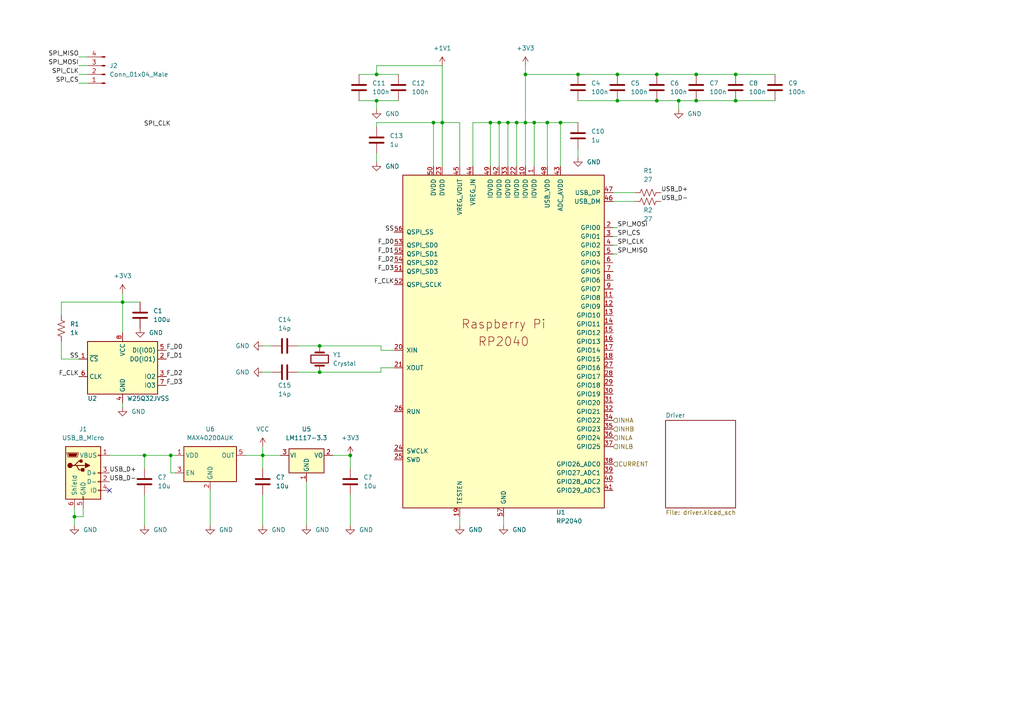
<source format=kicad_sch>
(kicad_sch (version 20211123) (generator eeschema)
  (paper "A4")
  (lib_symbols
    (symbol "Analog_Switch:MAX40200AUK"
      (property "Reference" "U" (at -6.35 6.35 0))
      (property "Value" "MAX40200AUK" (at 7.62 6.35 0))
      (symbol "MAX40200AUK_1_1"
        (rectangle (start -7.62 -5.08) (end 7.62 5.08) (stroke (width 0.254)) (fill (type background)))
        (pin power_in line (at -10.16 2.54 0) (length 2.54) (name "VDD") (number "1"))
        (pin power_in line (at 0 -7.62 90) (length 2.54) (name "GND") (number "2"))
        (pin input line (at -10.16 -2.54 0) (length 2.54) (name "EN") (number "3"))
        (pin no_connect line (at 7.62 -2.54 180) (length 2.54) hide (name "NC") (number "4"))
        (pin passive line (at 10.16 2.54 180) (length 2.54) (name "OUT") (number "5"))
      )
    )
    (symbol "Connector:Conn_01x04_Male" (pin_names (offset 1.016) hide)
      (property "Reference" "J" (at 0 5.08 0))
      (property "Value" "Conn_01x04_Male" (at 0 -7.62 0))
      (symbol "Conn_01x04_Male_1_1"
        (polyline (pts (xy 1.27 -5.08) (xy 0.8636 -5.08)) (stroke (width 0.1524)))
        (polyline (pts (xy 1.27 -2.54) (xy 0.8636 -2.54)) (stroke (width 0.1524)))
        (polyline (pts (xy 1.27 0) (xy 0.8636 0)) (stroke (width 0.1524)))
        (polyline (pts (xy 1.27 2.54) (xy 0.8636 2.54)) (stroke (width 0.1524)))
        (rectangle (start 0.8636 -4.953) (end 0 -5.207) (stroke (width 0.1524)) (fill (type outline)))
        (rectangle (start 0.8636 -2.413) (end 0 -2.667) (stroke (width 0.1524)) (fill (type outline)))
        (rectangle (start 0.8636 0.127) (end 0 -0.127) (stroke (width 0.1524)) (fill (type outline)))
        (rectangle (start 0.8636 2.667) (end 0 2.413) (stroke (width 0.1524)) (fill (type outline)))
        (pin passive line (at 5.08 2.54 180) (length 3.81) (name "Pin_1") (number "1"))
        (pin passive line (at 5.08 0 180) (length 3.81) (name "Pin_2") (number "2"))
        (pin passive line (at 5.08 -2.54 180) (length 3.81) (name "Pin_3") (number "3"))
        (pin passive line (at 5.08 -5.08 180) (length 3.81) (name "Pin_4") (number "4"))
      )
    )
    (symbol "Connector:USB_B_Micro" (pin_names (offset 1.016))
      (property "Reference" "J" (at -5.08 11.43 0))
      (property "Value" "USB_B_Micro" (at -5.08 8.89 0))
      (symbol "USB_B_Micro_0_1"
        (rectangle (start -5.08 -7.62) (end 5.08 7.62) (stroke (width 0.254)) (fill (type background)))
        (circle (center -3.81 2.159) (radius 0.635) (stroke (width 0.254)) (fill (type outline)))
        (circle (center -0.635 3.429) (radius 0.381) (stroke (width 0.254)) (fill (type outline)))
        (rectangle (start -0.127 -7.62) (end 0.127 -6.858))
        (polyline (pts (xy -1.905 2.159) (xy 0.635 2.159)) (stroke (width 0.254)))
        (polyline (pts (xy -3.175 2.159) (xy -2.54 2.159) (xy -1.27 3.429) (xy -0.635 3.429)) (stroke (width 0.254)))
        (polyline (pts (xy -2.54 2.159) (xy -1.905 2.159) (xy -1.27 0.889) (xy 0 0.889)) (stroke (width 0.254)))
        (polyline (pts (xy 0.635 2.794) (xy 0.635 1.524) (xy 1.905 2.159) (xy 0.635 2.794)) (stroke (width 0.254)) (fill (type outline)))
        (polyline (pts (xy -4.318 5.588) (xy -1.778 5.588) (xy -2.032 4.826) (xy -4.064 4.826) (xy -4.318 5.588)) (fill (type outline)))
        (polyline (pts (xy -4.699 5.842) (xy -4.699 5.588) (xy -4.445 4.826) (xy -4.445 4.572) (xy -1.651 4.572) (xy -1.651 4.826) (xy -1.397 5.588) (xy -1.397 5.842) (xy -4.699 5.842)))
        (rectangle (start 0.254 1.27) (end -0.508 0.508) (stroke (width 0.254)) (fill (type outline)))
        (rectangle (start 5.08 -5.207) (end 4.318 -4.953))
        (rectangle (start 5.08 -2.667) (end 4.318 -2.413))
        (rectangle (start 5.08 -0.127) (end 4.318 0.127))
        (rectangle (start 5.08 4.953) (end 4.318 5.207))
      )
      (symbol "USB_B_Micro_1_1"
        (pin power_out line (at 7.62 5.08 180) (length 2.54) (name "VBUS") (number "1"))
        (pin bidirectional line (at 7.62 -2.54 180) (length 2.54) (name "D-") (number "2"))
        (pin bidirectional line (at 7.62 0 180) (length 2.54) (name "D+") (number "3"))
        (pin passive line (at 7.62 -5.08 180) (length 2.54) (name "ID") (number "4"))
        (pin power_out line (at 0 -10.16 90) (length 2.54) (name "GND") (number "5"))
        (pin passive line (at -2.54 -10.16 90) (length 2.54) (name "Shield") (number "6"))
      )
    )
    (symbol "Device:C" (pin_numbers hide) (pin_names (offset 0.254))
      (property "Reference" "C" (at 0.635 2.54 0))
      (property "Value" "C" (at 0.635 -2.54 0))
      (symbol "C_0_1"
        (polyline (pts (xy -2.032 -0.762) (xy 2.032 -0.762)) (stroke (width 0.508)))
        (polyline (pts (xy -2.032 0.762) (xy 2.032 0.762)) (stroke (width 0.508)))
      )
      (symbol "C_1_1"
        (pin passive line (at 0 3.81 270) (length 2.794) (name "~") (number "1"))
        (pin passive line (at 0 -3.81 90) (length 2.794) (name "~") (number "2"))
      )
    )
    (symbol "Device:Crystal" (pin_numbers hide) (pin_names (offset 1.016) hide)
      (property "Reference" "Y" (at 0 3.81 0))
      (property "Value" "Crystal" (at 0 -3.81 0))
      (symbol "Crystal_0_1"
        (rectangle (start -1.143 2.54) (end 1.143 -2.54) (stroke (width 0.3048)))
        (polyline (pts (xy -2.54 0) (xy -1.905 0)))
        (polyline (pts (xy -1.905 -1.27) (xy -1.905 1.27)) (stroke (width 0.508)))
        (polyline (pts (xy 1.905 -1.27) (xy 1.905 1.27)) (stroke (width 0.508)))
        (polyline (pts (xy 2.54 0) (xy 1.905 0)))
      )
      (symbol "Crystal_1_1"
        (pin passive line (at -3.81 0 0) (length 1.27) (name "1") (number "1"))
        (pin passive line (at 3.81 0 180) (length 1.27) (name "2") (number "2"))
      )
    )
    (symbol "Device:R_US" (pin_numbers hide) (pin_names (offset 0))
      (property "Reference" "R" (at 2.54 0 90))
      (property "Value" "R_US" (at -2.54 0 90))
      (symbol "R_US_0_1"
        (polyline (pts (xy 0 -2.286) (xy 0 -2.54)))
        (polyline (pts (xy 0 2.286) (xy 0 2.54)))
        (polyline (pts (xy 0 -0.762) (xy 1.016 -1.143) (xy 0 -1.524) (xy -1.016 -1.905) (xy 0 -2.286)))
        (polyline (pts (xy 0 0.762) (xy 1.016 0.381) (xy 0 0) (xy -1.016 -0.381) (xy 0 -0.762)))
        (polyline (pts (xy 0 2.286) (xy 1.016 1.905) (xy 0 1.524) (xy -1.016 1.143) (xy 0 0.762)))
      )
      (symbol "R_US_1_1"
        (pin passive line (at 0 3.81 270) (length 1.27) (name "~") (number "1"))
        (pin passive line (at 0 -3.81 90) (length 1.27) (name "~") (number "2"))
      )
    )
    (symbol "MCU:RP2040" (pin_names (offset 1.016))
      (property "Reference" "U" (at -29.21 49.53 0))
      (property "Value" "RP2040" (at 24.13 -49.53 0))
      (symbol "RP2040_0_0"
        (text "Raspberry Pi" (at 0 5.08 0) (effects (font (size 2.54 2.54))))
        (text "RP2040" (at 0 0 0) (effects (font (size 2.54 2.54))))
      )
      (symbol "RP2040_0_1"
        (rectangle (start 29.21 48.26) (end -29.21 -48.26) (stroke (width 0.254)) (fill (type background)))
      )
      (symbol "RP2040_1_1"
        (pin power_in line (at 8.89 50.8 270) (length 2.54) (name "IOVDD") (number "1"))
        (pin power_in line (at 6.35 50.8 270) (length 2.54) (name "IOVDD") (number "10"))
        (pin bidirectional line (at 31.75 12.7 180) (length 2.54) (name "GPIO8") (number "11"))
        (pin bidirectional line (at 31.75 10.16 180) (length 2.54) (name "GPIO9") (number "12"))
        (pin bidirectional line (at 31.75 7.62 180) (length 2.54) (name "GPIO10") (number "13"))
        (pin bidirectional line (at 31.75 5.08 180) (length 2.54) (name "GPIO11") (number "14"))
        (pin bidirectional line (at 31.75 2.54 180) (length 2.54) (name "GPIO12") (number "15"))
        (pin bidirectional line (at 31.75 0 180) (length 2.54) (name "GPIO13") (number "16"))
        (pin bidirectional line (at 31.75 -2.54 180) (length 2.54) (name "GPIO14") (number "17"))
        (pin bidirectional line (at 31.75 -5.08 180) (length 2.54) (name "GPIO15") (number "18"))
        (pin passive line (at -12.7 -50.8 90) (length 2.54) (name "TESTEN") (number "19"))
        (pin bidirectional line (at 31.75 33.02 180) (length 2.54) (name "GPIO0") (number "2"))
        (pin input line (at -31.75 -2.54 0) (length 2.54) (name "XIN") (number "20"))
        (pin passive line (at -31.75 -7.62 0) (length 2.54) (name "XOUT") (number "21"))
        (pin power_in line (at 3.81 50.8 270) (length 2.54) (name "IOVDD") (number "22"))
        (pin power_in line (at -17.78 50.8 270) (length 2.54) (name "DVDD") (number "23"))
        (pin output line (at -31.75 -31.75 0) (length 2.54) (name "SWCLK") (number "24"))
        (pin bidirectional line (at -31.75 -34.29 0) (length 2.54) (name "SWD") (number "25"))
        (pin input line (at -31.75 -20.32 0) (length 2.54) (name "RUN") (number "26"))
        (pin bidirectional line (at 31.75 -7.62 180) (length 2.54) (name "GPIO16") (number "27"))
        (pin bidirectional line (at 31.75 -10.16 180) (length 2.54) (name "GPIO17") (number "28"))
        (pin bidirectional line (at 31.75 -12.7 180) (length 2.54) (name "GPIO18") (number "29"))
        (pin bidirectional line (at 31.75 30.48 180) (length 2.54) (name "GPIO1") (number "3"))
        (pin bidirectional line (at 31.75 -15.24 180) (length 2.54) (name "GPIO19") (number "30"))
        (pin bidirectional line (at 31.75 -17.78 180) (length 2.54) (name "GPIO20") (number "31"))
        (pin bidirectional line (at 31.75 -20.32 180) (length 2.54) (name "GPIO21") (number "32"))
        (pin power_in line (at 1.27 50.8 270) (length 2.54) (name "IOVDD") (number "33"))
        (pin bidirectional line (at 31.75 -22.86 180) (length 2.54) (name "GPIO22") (number "34"))
        (pin bidirectional line (at 31.75 -25.4 180) (length 2.54) (name "GPIO23") (number "35"))
        (pin bidirectional line (at 31.75 -27.94 180) (length 2.54) (name "GPIO24") (number "36"))
        (pin bidirectional line (at 31.75 -30.48 180) (length 2.54) (name "GPIO25") (number "37"))
        (pin bidirectional line (at 31.75 -35.56 180) (length 2.54) (name "GPIO26_ADC0") (number "38"))
        (pin bidirectional line (at 31.75 -38.1 180) (length 2.54) (name "GPIO27_ADC1") (number "39"))
        (pin bidirectional line (at 31.75 27.94 180) (length 2.54) (name "GPIO2") (number "4"))
        (pin bidirectional line (at 31.75 -40.64 180) (length 2.54) (name "GPIO28_ADC2") (number "40"))
        (pin bidirectional line (at 31.75 -43.18 180) (length 2.54) (name "GPIO29_ADC3") (number "41"))
        (pin power_in line (at -1.27 50.8 270) (length 2.54) (name "IOVDD") (number "42"))
        (pin power_in line (at 16.51 50.8 270) (length 2.54) (name "ADC_AVDD") (number "43"))
        (pin power_in line (at -8.89 50.8 270) (length 2.54) (name "VREG_IN") (number "44"))
        (pin power_out line (at -12.7 50.8 270) (length 2.54) (name "VREG_VOUT") (number "45"))
        (pin bidirectional line (at 31.75 40.64 180) (length 2.54) (name "USB_DM") (number "46"))
        (pin bidirectional line (at 31.75 43.18 180) (length 2.54) (name "USB_DP") (number "47"))
        (pin power_in line (at 12.7 50.8 270) (length 2.54) (name "USB_VDD") (number "48"))
        (pin power_in line (at -3.81 50.8 270) (length 2.54) (name "IOVDD") (number "49"))
        (pin bidirectional line (at 31.75 25.4 180) (length 2.54) (name "GPIO3") (number "5"))
        (pin power_in line (at -20.32 50.8 270) (length 2.54) (name "DVDD") (number "50"))
        (pin bidirectional line (at -31.75 20.32 0) (length 2.54) (name "QSPI_SD3") (number "51"))
        (pin output line (at -31.75 16.51 0) (length 2.54) (name "QSPI_SCLK") (number "52"))
        (pin bidirectional line (at -31.75 27.94 0) (length 2.54) (name "QSPI_SD0") (number "53"))
        (pin bidirectional line (at -31.75 22.86 0) (length 2.54) (name "QSPI_SD2") (number "54"))
        (pin bidirectional line (at -31.75 25.4 0) (length 2.54) (name "QSPI_SD1") (number "55"))
        (pin bidirectional line (at -31.75 31.75 0) (length 2.54) (name "QSPI_SS") (number "56"))
        (pin power_in line (at 0 -50.8 90) (length 2.54) (name "GND") (number "57"))
        (pin bidirectional line (at 31.75 22.86 180) (length 2.54) (name "GPIO4") (number "6"))
        (pin bidirectional line (at 31.75 20.32 180) (length 2.54) (name "GPIO5") (number "7"))
        (pin bidirectional line (at 31.75 17.78 180) (length 2.54) (name "GPIO6") (number "8"))
        (pin bidirectional line (at 31.75 15.24 180) (length 2.54) (name "GPIO7") (number "9"))
      )
    )
    (symbol "Memory_Flash:W25Q32JVSS"
      (property "Reference" "U" (at -8.89 8.89 0))
      (property "Value" "W25Q32JVSS" (at 7.62 8.89 0))
      (symbol "W25Q32JVSS_0_1"
        (rectangle (start -10.16 7.62) (end 10.16 -7.62) (stroke (width 0.254)) (fill (type background)))
      )
      (symbol "W25Q32JVSS_1_1"
        (pin input line (at -12.7 2.54 0) (length 2.54) (name "~{CS}") (number "1"))
        (pin bidirectional line (at 12.7 2.54 180) (length 2.54) (name "DO(IO1)") (number "2"))
        (pin bidirectional line (at 12.7 -2.54 180) (length 2.54) (name "IO2") (number "3"))
        (pin power_in line (at 0 -10.16 90) (length 2.54) (name "GND") (number "4"))
        (pin bidirectional line (at 12.7 5.08 180) (length 2.54) (name "DI(IO0)") (number "5"))
        (pin input line (at -12.7 -2.54 0) (length 2.54) (name "CLK") (number "6"))
        (pin bidirectional line (at 12.7 -5.08 180) (length 2.54) (name "IO3") (number "7"))
        (pin power_in line (at 0 10.16 270) (length 2.54) (name "VCC") (number "8"))
      )
    )
    (symbol "Regulator_Linear:LM1117-3.3" (pin_names (offset 0.254))
      (property "Reference" "U" (at -3.81 3.175 0))
      (property "Value" "LM1117-3.3" (at 0 3.175 0))
      (symbol "LM1117-3.3_0_1"
        (rectangle (start -5.08 -5.08) (end 5.08 1.905) (stroke (width 0.254)) (fill (type background)))
      )
      (symbol "LM1117-3.3_1_1"
        (pin power_in line (at 0 -7.62 90) (length 2.54) (name "GND") (number "1"))
        (pin power_out line (at 7.62 0 180) (length 2.54) (name "VO") (number "2"))
        (pin power_in line (at -7.62 0 0) (length 2.54) (name "VI") (number "3"))
      )
    )
    (symbol "power:+1V1" (power) (pin_names (offset 0))
      (property "Value" "+1V1" (at 0 3.556 0))
      (symbol "+1V1_0_1"
        (polyline (pts (xy -0.762 1.27) (xy 0 2.54)))
        (polyline (pts (xy 0 0) (xy 0 2.54)))
        (polyline (pts (xy 0 2.54) (xy 0.762 1.27)))
      )
      (symbol "+1V1_1_1"
        (pin power_in line (at 0 0 90) (length 0) hide (name "+1V1") (number "1"))
      )
    )
    (symbol "power:+3V3" (power) (pin_names (offset 0))
      (property "Value" "+3V3" (at 0 3.556 0))
      (symbol "+3V3_0_1"
        (polyline (pts (xy -0.762 1.27) (xy 0 2.54)))
        (polyline (pts (xy 0 0) (xy 0 2.54)))
        (polyline (pts (xy 0 2.54) (xy 0.762 1.27)))
      )
      (symbol "+3V3_1_1"
        (pin power_in line (at 0 0 90) (length 0) hide (name "+3V3") (number "1"))
      )
    )
    (symbol "power:GND" (power) (pin_names (offset 0))
      (property "Value" "GND" (at 0 -3.81 0))
      (symbol "GND_0_1"
        (polyline (pts (xy 0 0) (xy 0 -1.27) (xy 1.27 -1.27) (xy 0 -2.54) (xy -1.27 -1.27) (xy 0 -1.27)))
      )
      (symbol "GND_1_1"
        (pin power_in line (at 0 0 270) (length 0) hide (name "GND") (number "1"))
      )
    )
    (symbol "power:VCC" (power) (pin_names (offset 0))
      (property "Value" "VCC" (at 0 3.81 0))
      (symbol "VCC_0_1"
        (polyline (pts (xy -0.762 1.27) (xy 0 2.54)))
        (polyline (pts (xy 0 0) (xy 0 2.54)))
        (polyline (pts (xy 0 2.54) (xy 0.762 1.27)))
      )
      (symbol "VCC_1_1"
        (pin power_in line (at 0 0 90) (length 0) hide (name "VCC") (number "1"))
      )
    )
  )
  (junction (at 35.56 87.63))
  (junction (at 179.07 21.59))
  (junction (at 213.36 21.59))
  (junction (at 196.85 29.21))
  (junction (at 190.5 29.21))
  (junction (at 158.75 35.56))
  (junction (at 109.22 21.59))
  (junction (at 144.78 35.56))
  (junction (at 152.4 21.59))
  (junction (at 21.59 149.86))
  (junction (at 125.73 35.56))
  (junction (at 167.64 21.59))
  (junction (at 147.32 35.56))
  (junction (at 149.86 35.56))
  (junction (at 76.2 132.08))
  (junction (at 128.27 35.56))
  (junction (at 162.56 35.56))
  (junction (at 49.53 132.08))
  (junction (at 190.5 21.59))
  (junction (at 201.93 29.21))
  (junction (at 142.24 35.56))
  (junction (at 154.94 35.56))
  (junction (at 41.91 132.08))
  (junction (at 213.36 29.21))
  (junction (at 92.71 100.33))
  (junction (at 152.4 35.56))
  (junction (at 92.71 107.95))
  (junction (at 109.22 29.21))
  (junction (at 179.07 29.21))
  (junction (at 101.6 132.08))
  (junction (at 201.93 21.59))
  (no_connect (at 31.75 142.24))
  (wire (pts (xy 101.6 132.08) (xy 101.6 135.89)))
  (wire (pts (xy 152.4 21.59) (xy 167.64 21.59)))
  (wire (pts (xy 60.96 142.24) (xy 60.96 152.4)))
  (wire (pts (xy 49.53 132.08) (xy 50.8 132.08)))
  (wire (pts (xy 109.22 36.83) (xy 109.22 35.56)))
  (wire (pts (xy 152.4 19.05) (xy 152.4 21.59)))
  (wire (pts (xy 128.27 19.05) (xy 128.27 35.56)))
  (wire (pts (xy 142.24 35.56) (xy 144.78 35.56)))
  (wire (pts (xy 158.75 35.56) (xy 154.94 35.56)))
  (wire (pts (xy 76.2 100.33) (xy 78.74 100.33)))
  (wire (pts (xy 109.22 21.59) (xy 115.57 21.59)))
  (wire (pts (xy 137.16 35.56) (xy 142.24 35.56)))
  (wire (pts (xy 92.71 107.95) (xy 110.49 107.95)))
  (wire (pts (xy 190.5 21.59) (xy 201.93 21.59)))
  (wire (pts (xy 167.64 21.59) (xy 179.07 21.59)))
  (wire (pts (xy 24.13 149.86) (xy 21.59 149.86)))
  (wire (pts (xy 154.94 35.56) (xy 152.4 35.56)))
  (wire (pts (xy 147.32 35.56) (xy 149.86 35.56)))
  (wire (pts (xy 128.27 35.56) (xy 128.27 48.26)))
  (wire (pts (xy 142.24 48.26) (xy 142.24 35.56)))
  (wire (pts (xy 196.85 29.21) (xy 196.85 31.75)))
  (wire (pts (xy 109.22 31.75) (xy 109.22 29.21)))
  (wire (pts (xy 201.93 21.59) (xy 213.36 21.59)))
  (wire (pts (xy 158.75 35.56) (xy 158.75 48.26)))
  (wire (pts (xy 162.56 35.56) (xy 158.75 35.56)))
  (wire (pts (xy 177.8 55.88) (xy 184.15 55.88)))
  (wire (pts (xy 149.86 35.56) (xy 149.86 48.26)))
  (wire (pts (xy 133.35 35.56) (xy 128.27 35.56)))
  (wire (pts (xy 24.13 147.32) (xy 24.13 149.86)))
  (wire (pts (xy 17.78 104.14) (xy 22.86 104.14)))
  (wire (pts (xy 86.36 100.33) (xy 92.71 100.33)))
  (wire (pts (xy 35.56 87.63) (xy 40.64 87.63)))
  (wire (pts (xy 101.6 132.08) (xy 96.52 132.08)))
  (wire (pts (xy 35.56 116.84) (xy 35.56 118.11)))
  (wire (pts (xy 144.78 35.56) (xy 144.78 48.26)))
  (wire (pts (xy 109.22 29.21) (xy 115.57 29.21)))
  (wire (pts (xy 154.94 35.56) (xy 154.94 48.26)))
  (wire (pts (xy 213.36 21.59) (xy 224.79 21.59)))
  (wire (pts (xy 152.4 35.56) (xy 152.4 21.59)))
  (wire (pts (xy 17.78 91.44) (xy 17.78 87.63)))
  (wire (pts (xy 162.56 35.56) (xy 162.56 48.26)))
  (wire (pts (xy 76.2 132.08) (xy 81.28 132.08)))
  (wire (pts (xy 101.6 143.51) (xy 101.6 152.4)))
  (wire (pts (xy 31.75 132.08) (xy 41.91 132.08)))
  (wire (pts (xy 133.35 149.86) (xy 133.35 152.4)))
  (wire (pts (xy 41.91 143.51) (xy 41.91 152.4)))
  (wire (pts (xy 177.8 68.58) (xy 179.07 68.58)))
  (wire (pts (xy 146.05 149.86) (xy 146.05 152.4)))
  (wire (pts (xy 177.8 71.12) (xy 179.07 71.12)))
  (wire (pts (xy 167.64 35.56) (xy 162.56 35.56)))
  (wire (pts (xy 152.4 35.56) (xy 152.4 48.26)))
  (wire (pts (xy 213.36 29.21) (xy 224.79 29.21)))
  (wire (pts (xy 109.22 35.56) (xy 125.73 35.56)))
  (wire (pts (xy 128.27 35.56) (xy 125.73 35.56)))
  (wire (pts (xy 22.86 16.51) (xy 25.4 16.51)))
  (wire (pts (xy 196.85 29.21) (xy 201.93 29.21)))
  (wire (pts (xy 76.2 143.51) (xy 76.2 152.4)))
  (wire (pts (xy 104.14 21.59) (xy 109.22 21.59)))
  (wire (pts (xy 92.71 100.33) (xy 110.49 100.33)))
  (wire (pts (xy 50.8 137.16) (xy 49.53 137.16)))
  (wire (pts (xy 71.12 132.08) (xy 76.2 132.08)))
  (wire (pts (xy 21.59 149.86) (xy 21.59 152.4)))
  (wire (pts (xy 114.3 101.6) (xy 110.49 101.6)))
  (wire (pts (xy 49.53 132.08) (xy 49.53 137.16)))
  (wire (pts (xy 76.2 129.54) (xy 76.2 132.08)))
  (wire (pts (xy 109.22 19.05) (xy 128.27 19.05)))
  (wire (pts (xy 41.91 132.08) (xy 49.53 132.08)))
  (wire (pts (xy 109.22 29.21) (xy 104.14 29.21)))
  (wire (pts (xy 21.59 147.32) (xy 21.59 149.86)))
  (wire (pts (xy 22.86 24.13) (xy 25.4 24.13)))
  (wire (pts (xy 88.9 139.7) (xy 88.9 152.4)))
  (wire (pts (xy 114.3 106.68) (xy 110.49 106.68)))
  (wire (pts (xy 35.56 87.63) (xy 35.56 96.52)))
  (wire (pts (xy 76.2 132.08) (xy 76.2 135.89)))
  (wire (pts (xy 137.16 48.26) (xy 137.16 35.56)))
  (wire (pts (xy 177.8 66.04) (xy 179.07 66.04)))
  (wire (pts (xy 35.56 85.09) (xy 35.56 87.63)))
  (wire (pts (xy 109.22 21.59) (xy 109.22 19.05)))
  (wire (pts (xy 86.36 107.95) (xy 92.71 107.95)))
  (wire (pts (xy 201.93 29.21) (xy 213.36 29.21)))
  (wire (pts (xy 133.35 48.26) (xy 133.35 35.56)))
  (wire (pts (xy 179.07 29.21) (xy 190.5 29.21)))
  (wire (pts (xy 149.86 35.56) (xy 152.4 35.56)))
  (wire (pts (xy 17.78 87.63) (xy 35.56 87.63)))
  (wire (pts (xy 190.5 29.21) (xy 196.85 29.21)))
  (wire (pts (xy 144.78 35.56) (xy 147.32 35.56)))
  (wire (pts (xy 179.07 21.59) (xy 190.5 21.59)))
  (wire (pts (xy 110.49 101.6) (xy 110.49 100.33)))
  (wire (pts (xy 17.78 99.06) (xy 17.78 104.14)))
  (wire (pts (xy 177.8 58.42) (xy 184.15 58.42)))
  (wire (pts (xy 167.64 29.21) (xy 179.07 29.21)))
  (wire (pts (xy 76.2 107.95) (xy 78.74 107.95)))
  (wire (pts (xy 22.86 21.59) (xy 25.4 21.59)))
  (wire (pts (xy 110.49 106.68) (xy 110.49 107.95)))
  (wire (pts (xy 177.8 73.66) (xy 179.07 73.66)))
  (wire (pts (xy 41.91 132.08) (xy 41.91 135.89)))
  (wire (pts (xy 109.22 44.45) (xy 109.22 46.99)))
  (wire (pts (xy 125.73 35.56) (xy 125.73 48.26)))
  (wire (pts (xy 167.64 43.18) (xy 167.64 45.72)))
  (wire (pts (xy 22.86 19.05) (xy 25.4 19.05)))
  (wire (pts (xy 147.32 35.56) (xy 147.32 48.26)))
  (label "SS" (at 114.3 67.31 180))
  (label "USB_D+" (at 191.77 55.88 0))
  (label "SS" (at 22.86 104.14 180))
  (label "SPI_MOSI" (at 22.86 19.05 180))
  (label "F_D1" (at 114.3 73.66 180))
  (label "F_D3" (at 114.3 78.74 180))
  (label "F_D1" (at 48.26 104.14 0))
  (label "SPI_CS" (at 179.07 68.58 0))
  (label "SPI_CS" (at 22.86 24.13 180))
  (label "SPI_CLK" (at 22.86 21.59 180))
  (label "SPI_MISO" (at 22.86 16.51 180))
  (label "F_D0" (at 48.26 101.6 0))
  (label "F_D3" (at 48.26 111.76 0))
  (label "SPI_CLK" (at 179.07 71.12 0))
  (label "SPI_MISO" (at 179.07 73.66 0))
  (label "USB_D-" (at 31.75 139.7 0))
  (label "SPI_MOSI" (at 179.07 66.04 0))
  (label "F_D2" (at 114.3 76.2 180))
  (label "F_CLK" (at 114.3 82.55 180))
  (label "SPI_CLK" (at 49.53 36.83 180))
  (label "USB_D+" (at 31.75 137.16 0))
  (label "USB_D-" (at 191.77 58.42 0))
  (label "F_CLK" (at 22.86 109.22 180))
  (label "F_D2" (at 48.26 109.22 0))
  (label "F_D0" (at 114.3 71.12 180))
  (hierarchical_label "INLB" (shape input) (at 177.8 129.54 0))
  (hierarchical_label "CURRENT" (shape input) (at 177.8 134.62 0))
  (hierarchical_label "INLA" (shape input) (at 177.8 127 0))
  (hierarchical_label "INHA" (shape input) (at 177.8 121.92 0))
  (hierarchical_label "INHB" (shape input) (at 177.8 124.46 0))
  (symbol (lib_id "power:GND") (at 88.9 152.4 0) (unit 1)
    (property "Reference" "#PWR?" (effects hide))
    (property "Value" "GND" (at 91.44 153.6699 0) (effects (justify left)))
  )
  (symbol (lib_id "Memory_Flash:W25Q32JVSS") (at 35.56 106.68 0) (unit 1)
    (property "Reference" "U2" (at 25.4 115.57 0) (effects (justify left)))
    (property "Value" "W25Q32JVSS" (at 36.83 115.57 0) (effects (justify left)))
    (property "Footprint" "Package_SO:SOIC-8_5.23x5.23mm_P1.27mm" (effects hide))
    (property "Datasheet" "http://www.winbond.com/resource-files/w25q32jv%20revg%2003272018%20plus.pdf" (effects hide))
  )
  (symbol (lib_id "power:GND") (at 109.22 31.75 0) (unit 1)
    (property "Reference" "#PWR?" (effects hide))
    (property "Value" "GND" (at 111.76 33.0199 0) (effects (justify left)))
  )
  (symbol (lib_id "power:VCC") (at 76.2 129.54 0) (unit 1)
    (property "Reference" "#PWR?" (effects hide))
    (property "Value" "VCC" (at 76.2 124.46 0))
  )
  (symbol (lib_id "Device:C") (at 40.64 91.44 0) (unit 1)
    (property "Reference" "C1" (at 44.45 90.1699 0) (effects (justify left)))
    (property "Value" "100u" (at 44.45 92.7099 0) (effects (justify left)))
  )
  (symbol (lib_id "power:GND") (at 167.64 45.72 0) (unit 1)
    (property "Reference" "#PWR?" (effects hide))
    (property "Value" "GND" (at 170.18 46.9899 0) (effects (justify left)))
  )
  (symbol (lib_id "power:GND") (at 41.91 152.4 0) (unit 1)
    (property "Reference" "#PWR?" (effects hide))
    (property "Value" "GND" (at 44.45 153.6699 0) (effects (justify left)))
  )
  (symbol (lib_id "Device:R_US") (at 187.96 55.88 90) (unit 1)
    (property "Reference" "R1" (at 187.96 49.53 90))
    (property "Value" "27" (at 187.96 52.07 90))
  )
  (symbol (lib_id "power:+3V3") (at 101.6 132.08 0) (unit 1)
    (property "Reference" "#PWR?" (effects hide))
    (property "Value" "+3V3" (at 101.6 127 0))
  )
  (symbol (lib_id "Device:C") (at 167.64 25.4 0) (unit 1)
    (property "Reference" "C4" (at 171.45 24.1299 0) (effects (justify left)))
    (property "Value" "100n" (at 171.45 26.6699 0) (effects (justify left)))
  )
  (symbol (lib_id "Device:C") (at 101.6 139.7 0) (unit 1)
    (property "Reference" "C?" (at 105.41 138.4299 0) (effects (justify left)))
    (property "Value" "10u" (at 105.41 140.9699 0) (effects (justify left)))
  )
  (symbol (lib_id "Device:C") (at 104.14 25.4 0) (unit 1)
    (property "Reference" "C11" (at 107.95 24.1299 0) (effects (justify left)))
    (property "Value" "100n" (at 107.95 26.6699 0) (effects (justify left)))
  )
  (symbol (lib_id "Device:Crystal") (at 92.71 104.14 270) (unit 1)
    (property "Reference" "Y1" (at 96.52 102.8699 90) (effects (justify left)))
    (property "Value" "Crystal" (at 96.52 105.4099 90) (effects (justify left)))
  )
  (symbol (lib_id "Device:C") (at 213.36 25.4 0) (unit 1)
    (property "Reference" "C8" (at 217.17 24.1299 0) (effects (justify left)))
    (property "Value" "100n" (at 217.17 26.6699 0) (effects (justify left)))
  )
  (symbol (lib_id "Device:C") (at 224.79 25.4 0) (unit 1)
    (property "Reference" "C9" (at 228.6 24.1299 0) (effects (justify left)))
    (property "Value" "100n" (at 228.6 26.6699 0) (effects (justify left)))
  )
  (symbol (lib_id "power:GND") (at 109.22 46.99 0) (unit 1)
    (property "Reference" "#PWR?" (effects hide))
    (property "Value" "GND" (at 111.76 48.2599 0) (effects (justify left)))
  )
  (symbol (lib_id "Device:C") (at 179.07 25.4 0) (unit 1)
    (property "Reference" "C5" (at 182.88 24.1299 0) (effects (justify left)))
    (property "Value" "100n" (at 182.88 26.6699 0) (effects (justify left)))
  )
  (symbol (lib_id "power:GND") (at 196.85 31.75 0) (unit 1)
    (property "Reference" "#PWR?" (effects hide))
    (property "Value" "GND" (at 199.39 33.0199 0) (effects (justify left)))
  )
  (symbol (lib_id "power:GND") (at 133.35 152.4 0) (unit 1)
    (property "Reference" "#PWR?" (effects hide))
    (property "Value" "GND" (at 135.89 153.6699 0) (effects (justify left)))
  )
  (symbol (lib_id "Device:R_US") (at 17.78 95.25 0) (unit 1)
    (property "Reference" "R1" (at 20.32 93.9799 0) (effects (justify left)))
    (property "Value" "1k" (at 20.32 96.5199 0) (effects (justify left)))
  )
  (symbol (lib_id "power:GND") (at 76.2 107.95 270) (unit 1)
    (property "Reference" "#PWR?" (effects hide))
    (property "Value" "GND" (at 72.39 107.9499 90) (effects (justify right)))
  )
  (symbol (lib_id "power:+1V1") (at 128.27 19.05 0) (unit 1)
    (property "Reference" "#PWR?" (effects hide))
    (property "Value" "+1V1" (at 128.27 13.97 0))
  )
  (symbol (lib_id "power:GND") (at 101.6 152.4 0) (unit 1)
    (property "Reference" "#PWR?" (effects hide))
    (property "Value" "GND" (at 104.14 153.6699 0) (effects (justify left)))
  )
  (symbol (lib_id "power:GND") (at 40.64 95.25 0) (unit 1)
    (property "Reference" "#PWR?" (effects hide))
    (property "Value" "GND" (at 43.18 96.5199 0) (effects (justify left)))
  )
  (symbol (lib_id "power:GND") (at 76.2 100.33 270) (unit 1)
    (property "Reference" "#PWR?" (effects hide))
    (property "Value" "GND" (at 72.39 100.3299 90) (effects (justify right)))
  )
  (symbol (lib_id "Device:C") (at 82.55 107.95 90) (unit 1)
    (property "Reference" "C15" (at 82.55 111.76 90))
    (property "Value" "14p" (at 82.55 114.3 90))
  )
  (symbol (lib_id "Analog_Switch:MAX40200AUK") (at 60.96 134.62 0) (unit 1)
    (property "Reference" "U6" (at 60.96 124.46 0))
    (property "Value" "MAX40200AUK" (at 60.96 127 0))
    (property "Footprint" "Package_TO_SOT_SMD:SOT-23-5" (effects hide))
    (property "Datasheet" "https://datasheets.maximintegrated.com/en/ds/MAX40200.pdf" (effects hide))
  )
  (symbol (lib_id "Device:C") (at 82.55 100.33 90) (unit 1)
    (property "Reference" "C14" (at 82.55 92.71 90))
    (property "Value" "14p" (at 82.55 95.25 90))
  )
  (symbol (lib_id "Connector:USB_B_Micro") (at 24.13 137.16 0) (unit 1)
    (property "Reference" "J1" (at 24.13 124.46 0))
    (property "Value" "USB_B_Micro" (at 24.13 127 0))
  )
  (symbol (lib_id "power:GND") (at 60.96 152.4 0) (unit 1)
    (property "Reference" "#PWR?" (effects hide))
    (property "Value" "GND" (at 63.5 153.6699 0) (effects (justify left)))
  )
  (symbol (lib_id "power:GND") (at 35.56 118.11 0) (unit 1)
    (property "Reference" "#PWR?" (effects hide))
    (property "Value" "GND" (at 38.1 119.3799 0) (effects (justify left)))
  )
  (symbol (lib_id "Connector:Conn_01x04_Male") (at 30.48 21.59 180) (unit 1)
    (property "Reference" "J2" (at 31.75 19.0499 0) (effects (justify right)))
    (property "Value" "Conn_01x04_Male" (at 31.75 21.5899 0) (effects (justify right)))
  )
  (symbol (lib_id "power:GND") (at 76.2 152.4 0) (unit 1)
    (property "Reference" "#PWR?" (effects hide))
    (property "Value" "GND" (at 78.74 153.6699 0) (effects (justify left)))
  )
  (symbol (lib_id "power:GND") (at 146.05 152.4 0) (unit 1)
    (property "Reference" "#PWR?" (effects hide))
    (property "Value" "GND" (at 148.59 153.6699 0) (effects (justify left)))
  )
  (symbol (lib_id "power:+3V3") (at 35.56 85.09 0) (unit 1)
    (property "Reference" "#PWR?" (effects hide))
    (property "Value" "+3V3" (at 35.56 80.01 0))
  )
  (symbol (lib_id "Device:C") (at 41.91 139.7 0) (unit 1)
    (property "Reference" "C?" (at 45.72 138.4299 0) (effects (justify left)))
    (property "Value" "10u" (at 45.72 140.9699 0) (effects (justify left)))
  )
  (symbol (lib_id "power:GND") (at 21.59 152.4 0) (unit 1)
    (property "Reference" "#PWR?" (effects hide))
    (property "Value" "GND" (at 24.13 153.6699 0) (effects (justify left)))
  )
  (symbol (lib_id "Device:C") (at 167.64 39.37 0) (unit 1)
    (property "Reference" "C10" (at 171.45 38.0999 0) (effects (justify left)))
    (property "Value" "1u" (at 171.45 40.6399 0) (effects (justify left)))
  )
  (symbol (lib_id "power:+3V3") (at 152.4 19.05 0) (unit 1)
    (property "Reference" "#PWR?" (effects hide))
    (property "Value" "+3V3" (at 152.4 13.97 0))
  )
  (symbol (lib_id "Regulator_Linear:LM1117-3.3") (at 88.9 132.08 0) (unit 1)
    (property "Reference" "U5" (at 88.9 124.46 0))
    (property "Value" "LM1117-3.3" (at 88.9 127 0))
    (property "Datasheet" "http://www.ti.com/lit/ds/symlink/lm1117.pdf" (effects hide))
  )
  (symbol (lib_id "Device:C") (at 109.22 40.64 0) (unit 1)
    (property "Reference" "C13" (at 113.03 39.3699 0) (effects (justify left)))
    (property "Value" "1u" (at 113.03 41.9099 0) (effects (justify left)))
  )
  (symbol (lib_id "Device:C") (at 76.2 139.7 0) (unit 1)
    (property "Reference" "C?" (at 80.01 138.4299 0) (effects (justify left)))
    (property "Value" "10u" (at 80.01 140.9699 0) (effects (justify left)))
  )
  (symbol (lib_id "Device:R_US") (at 187.96 58.42 270) (unit 1)
    (property "Reference" "R2" (at 187.96 60.96 90))
    (property "Value" "27" (at 187.96 63.5 90))
  )
  (symbol (lib_id "Device:C") (at 190.5 25.4 0) (unit 1)
    (property "Reference" "C6" (at 194.31 24.1299 0) (effects (justify left)))
    (property "Value" "100n" (at 194.31 26.6699 0) (effects (justify left)))
  )
  (symbol (lib_id "MCU:RP2040") (at 146.05 99.06 0) (unit 1)
    (property "Reference" "U1" (at 161.29 148.59 0) (effects (justify left)))
    (property "Value" "RP2040" (at 161.29 151.13 0) (effects (justify left)))
    (property "Footprint" "RP2040_minimal:RP2040-QFN-56" (effects hide))
  )
  (symbol (lib_id "Device:C") (at 201.93 25.4 0) (unit 1)
    (property "Reference" "C7" (at 205.74 24.1299 0) (effects (justify left)))
    (property "Value" "100n" (at 205.74 26.6699 0) (effects (justify left)))
  )
  (symbol (lib_id "Device:C") (at 115.57 25.4 0) (unit 1)
    (property "Reference" "C12" (at 119.38 24.1299 0) (effects (justify left)))
    (property "Value" "100n" (at 119.38 26.6699 0) (effects (justify left)))
  )
  (sheet (at 193.04 121.92) (size 20.32 25.4) (stroke (width 0.1524))
    (property "Sheet name" "Driver" (at 193.04 121.2084 0) (effects (justify left bottom)))
    (property "Sheet file" "driver.kicad_sch" (at 193.04 147.9046 0) (effects (justify left top)))
  )
)
</source>
